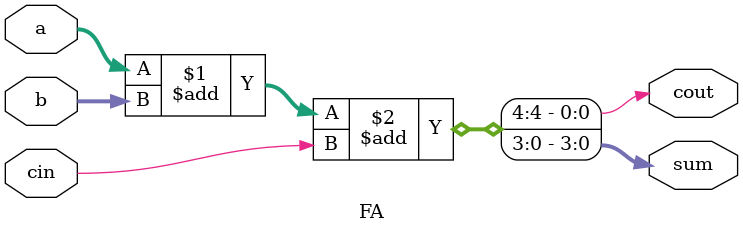
<source format=v>
`timescale 1ns / 1ps
module FA(a,b,cin,sum,cout);

output [3:0] sum;
output  cout;

input [3:0] a,b;
input  cin;

assign {cout,sum} = a+b+cin;


endmodule


</source>
